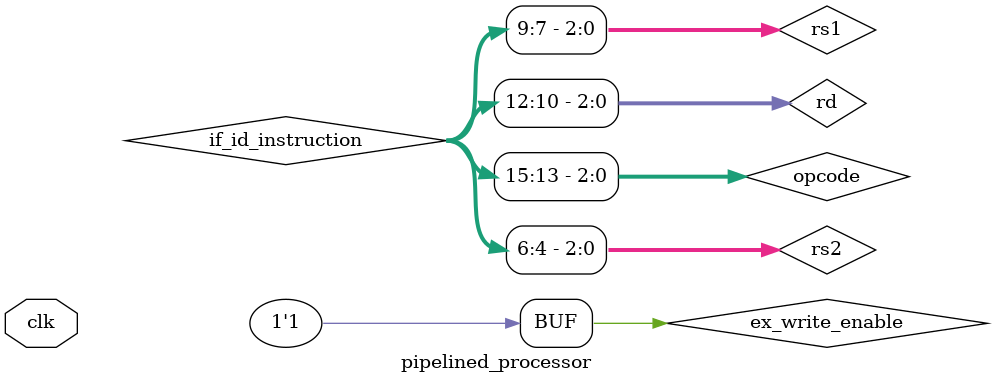
<source format=v>
module pipelined_processor (
    input clk
);

    // --- IF Stage ---
    reg [3:0] pc = 0;
    wire [15:0] instruction;

    instruction_memory imem (
        .address(pc),
        .instruction(instruction)
    );

    wire [15:0] if_id_instruction;
    if_id if_id_reg (
        .clk(clk),
        .instruction_in(instruction),
        .instruction_out(if_id_instruction)
    );

    // --- ID Stage ---
    wire [2:0] opcode = if_id_instruction[15:13];
    wire [2:0] rd     = if_id_instruction[12:10];
    wire [2:0] rs1    = if_id_instruction[9:7];
    wire [2:0] rs2    = if_id_instruction[6:4];

    wire [7:0] reg_data1, reg_data2;

    register_file regfile (
        .clk(clk),
        .read_reg1(rs1),
        .read_reg2(rs2),
        .write_reg(wb_rd),
        .write_data(wb_result),
        .reg_write(wb_write_enable),
        .data1(reg_data1),
        .data2(reg_data2)
    );

    // ID/EX pipeline register
    wire [2:0] id_ex_opcode, id_ex_rd;
    wire [7:0] id_ex_rs1_data, id_ex_rs2_data;

    id_ex id_ex_reg (
        .clk(clk),
        .opcode_in(opcode),
        .rs1_data_in(reg_data1),
        .rs2_data_in(reg_data2),
        .rd_in(rd),
        .opcode_out(id_ex_opcode),
        .rs1_data_out(id_ex_rs1_data),
        .rs2_data_out(id_ex_rs2_data),
        .rd_out(id_ex_rd)
    );

    // --- EX Stage ---
    wire [7:0] alu_result;
    alu alu_unit (
        .a(id_ex_rs1_data),
        .b(id_ex_rs2_data),
        .alu_control(id_ex_opcode),
        .result(alu_result)
    );

    // For LOAD, memory read from rs1 (used as address)
    wire [7:0] mem_data;
    data_memory dmem (
        .clk(clk),
        .address(id_ex_rs1_data),
        .data_out(mem_data)
    );

    // MUX for ALU vs LOAD result
    wire [7:0] ex_result = (id_ex_opcode == 3'b010) ? mem_data : alu_result;
    wire ex_write_enable = 1'b1; // Always write back (simplified)

    // EX/WB pipeline register
    wire [7:0] wb_result;
    wire [2:0] wb_rd;
    wire wb_write_enable;

    ex_wb ex_wb_reg (
        .clk(clk),
        .result_in(ex_result),
        .rd_in(id_ex_rd),
        .reg_write_in(ex_write_enable),
        .result_out(wb_result),
        .rd_out(wb_rd),
        .reg_write_out(wb_write_enable)
    );

    // Increment PC every clock (simplified no stalls)
    always @(posedge clk) begin
        pc <= pc + 1;
    end

endmodule

</source>
